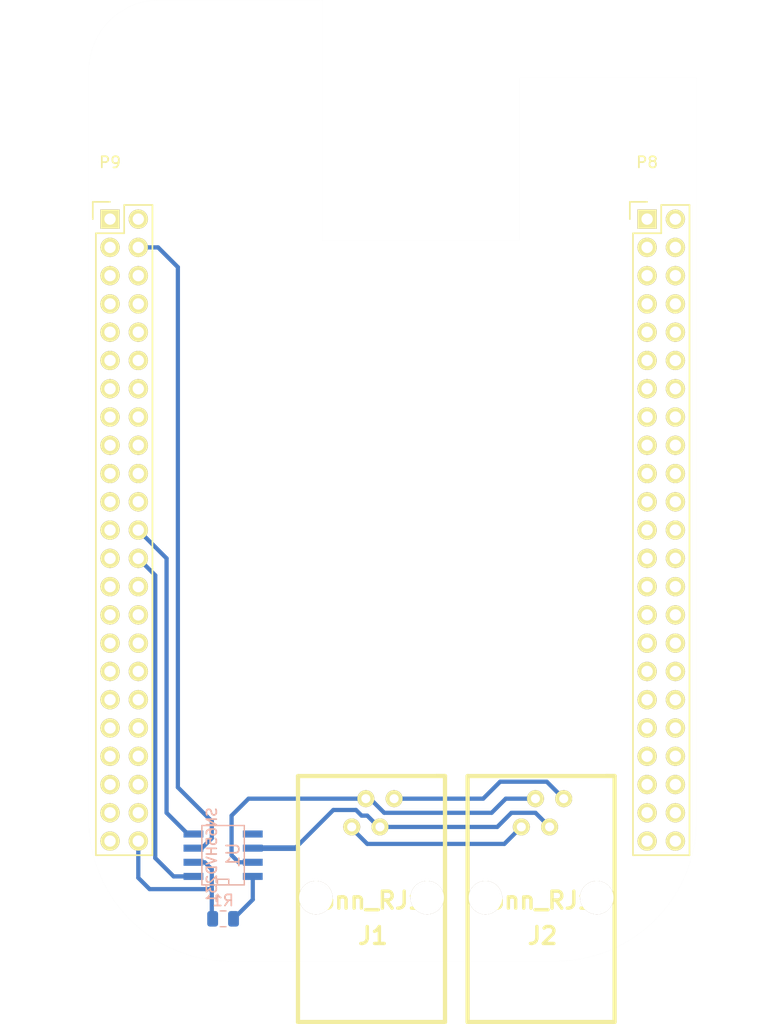
<source format=kicad_pcb>
(kicad_pcb (version 20171130) (host pcbnew 5.0.2+dfsg1-1)

  (general
    (thickness 1.6)
    (drawings 11)
    (tracks 54)
    (zones 0)
    (modules 6)
    (nets 90)
  )

  (page A4)
  (layers
    (0 F.Cu signal)
    (31 B.Cu signal)
    (32 B.Adhes user)
    (33 F.Adhes user)
    (34 B.Paste user)
    (35 F.Paste user)
    (36 B.SilkS user)
    (37 F.SilkS user)
    (38 B.Mask user)
    (39 F.Mask user)
    (40 Dwgs.User user)
    (41 Cmts.User user)
    (42 Eco1.User user)
    (43 Eco2.User user)
    (44 Edge.Cuts user)
    (45 Margin user)
    (46 B.CrtYd user)
    (47 F.CrtYd user)
    (48 B.Fab user)
    (49 F.Fab user)
  )

  (setup
    (last_trace_width 0.381)
    (trace_clearance 0.2032)
    (zone_clearance 0.508)
    (zone_45_only no)
    (trace_min 0.2)
    (segment_width 0.2)
    (edge_width 0.00254)
    (via_size 0.6)
    (via_drill 0.4)
    (via_min_size 0.4)
    (via_min_drill 0.3)
    (uvia_size 0.3)
    (uvia_drill 0.1)
    (uvias_allowed no)
    (uvia_min_size 0.2)
    (uvia_min_drill 0.1)
    (pcb_text_width 0.3)
    (pcb_text_size 1.5 1.5)
    (mod_edge_width 0.15)
    (mod_text_size 1 1)
    (mod_text_width 0.15)
    (pad_size 1.7272 1.7272)
    (pad_drill 1.016)
    (pad_to_mask_clearance 0)
    (solder_mask_min_width 0.25)
    (aux_axis_origin 0 0)
    (grid_origin 116.3701 62.3824)
    (visible_elements 7FFFFFFF)
    (pcbplotparams
      (layerselection 0x01030_80000001)
      (usegerberextensions false)
      (usegerberattributes false)
      (usegerberadvancedattributes false)
      (creategerberjobfile false)
      (excludeedgelayer true)
      (linewidth 0.100000)
      (plotframeref false)
      (viasonmask false)
      (mode 1)
      (useauxorigin false)
      (hpglpennumber 1)
      (hpglpenspeed 20)
      (hpglpendiameter 15.000000)
      (psnegative false)
      (psa4output false)
      (plotreference true)
      (plotvalue true)
      (plotinvisibletext false)
      (padsonsilk false)
      (subtractmaskfromsilk false)
      (outputformat 4)
      (mirror false)
      (drillshape 0)
      (scaleselection 1)
      (outputdirectory ""))
  )

  (net 0 "")
  (net 1 "Net-(P8-Pad3)")
  (net 2 "Net-(P8-Pad4)")
  (net 3 "Net-(P8-Pad5)")
  (net 4 "Net-(P8-Pad6)")
  (net 5 "Net-(P8-Pad7)")
  (net 6 "Net-(P8-Pad8)")
  (net 7 "Net-(P8-Pad9)")
  (net 8 "Net-(P8-Pad10)")
  (net 9 "Net-(P8-Pad11)")
  (net 10 "Net-(P8-Pad12)")
  (net 11 "Net-(P8-Pad13)")
  (net 12 "Net-(P8-Pad14)")
  (net 13 "Net-(P8-Pad15)")
  (net 14 "Net-(P8-Pad16)")
  (net 15 "Net-(P8-Pad17)")
  (net 16 "Net-(P8-Pad18)")
  (net 17 "Net-(P8-Pad19)")
  (net 18 "Net-(P8-Pad20)")
  (net 19 "Net-(P8-Pad21)")
  (net 20 "Net-(P8-Pad22)")
  (net 21 "Net-(P8-Pad23)")
  (net 22 "Net-(P8-Pad24)")
  (net 23 "Net-(P8-Pad25)")
  (net 24 "Net-(P8-Pad26)")
  (net 25 "Net-(P8-Pad27)")
  (net 26 "Net-(P8-Pad28)")
  (net 27 "Net-(P8-Pad29)")
  (net 28 "Net-(P8-Pad30)")
  (net 29 "Net-(P8-Pad31)")
  (net 30 "Net-(P8-Pad32)")
  (net 31 "Net-(P8-Pad33)")
  (net 32 "Net-(P8-Pad34)")
  (net 33 "Net-(P8-Pad35)")
  (net 34 "Net-(P8-Pad36)")
  (net 35 "Net-(P8-Pad37)")
  (net 36 "Net-(P8-Pad38)")
  (net 37 "Net-(P8-Pad39)")
  (net 38 "Net-(P8-Pad40)")
  (net 39 "Net-(P8-Pad41)")
  (net 40 "Net-(P8-Pad42)")
  (net 41 "Net-(P8-Pad43)")
  (net 42 "Net-(P8-Pad44)")
  (net 43 "Net-(P8-Pad45)")
  (net 44 "Net-(P8-Pad46)")
  (net 45 "Net-(P9-Pad11)")
  (net 46 "Net-(P9-Pad12)")
  (net 47 "Net-(P9-Pad13)")
  (net 48 "Net-(P9-Pad14)")
  (net 49 "Net-(P9-Pad15)")
  (net 50 "Net-(P9-Pad16)")
  (net 51 "Net-(P9-Pad17)")
  (net 52 "Net-(P9-Pad18)")
  (net 53 "Net-(P9-Pad19)")
  (net 54 "Net-(P9-Pad20)")
  (net 55 "Net-(P9-Pad21)")
  (net 56 "Net-(P9-Pad22)")
  (net 57 "Net-(P9-Pad23)")
  (net 58 "Net-(P9-Pad24)")
  (net 59 "Net-(P9-Pad25)")
  (net 60 "Net-(P9-Pad26)")
  (net 61 "Net-(P9-Pad27)")
  (net 62 "Net-(P9-Pad28)")
  (net 63 "Net-(P9-Pad29)")
  (net 64 "Net-(P9-Pad30)")
  (net 65 "Net-(P9-Pad31)")
  (net 66 "Net-(P9-Pad33)")
  (net 67 "Net-(P9-Pad35)")
  (net 68 "Net-(P9-Pad36)")
  (net 69 "Net-(P9-Pad37)")
  (net 70 "Net-(P9-Pad38)")
  (net 71 "Net-(P9-Pad39)")
  (net 72 "Net-(P9-Pad40)")
  (net 73 "Net-(P9-Pad41)")
  (net 74 "Net-(P9-Pad42)")
  (net 75 GNDD)
  (net 76 +3V3)
  (net 77 +5V)
  (net 78 PWR_BUT)
  (net 79 SYS_RESETN)
  (net 80 "Net-(J1-Pad3)")
  (net 81 "Net-(J1-Pad4)")
  (net 82 "Net-(U1-Pad5)")
  (net 83 "Net-(J1-Pad5)")
  (net 84 "Net-(J1-Pad2)")
  (net 85 "Net-(R1-Pad1)")
  (net 86 "Net-(P9-Pad7)")
  (net 87 "Net-(P9-Pad8)")
  (net 88 "Net-(P9-Pad32)")
  (net 89 "Net-(P9-Pad34)")

  (net_class Default "To jest domyślna klasa połączeń."
    (clearance 0.2032)
    (trace_width 0.381)
    (via_dia 0.6)
    (via_drill 0.4)
    (uvia_dia 0.3)
    (uvia_drill 0.1)
    (add_net +3V3)
    (add_net +5V)
    (add_net GNDD)
    (add_net "Net-(J1-Pad2)")
    (add_net "Net-(J1-Pad3)")
    (add_net "Net-(J1-Pad4)")
    (add_net "Net-(J1-Pad5)")
    (add_net "Net-(P8-Pad10)")
    (add_net "Net-(P8-Pad11)")
    (add_net "Net-(P8-Pad12)")
    (add_net "Net-(P8-Pad13)")
    (add_net "Net-(P8-Pad14)")
    (add_net "Net-(P8-Pad15)")
    (add_net "Net-(P8-Pad16)")
    (add_net "Net-(P8-Pad17)")
    (add_net "Net-(P8-Pad18)")
    (add_net "Net-(P8-Pad19)")
    (add_net "Net-(P8-Pad20)")
    (add_net "Net-(P8-Pad21)")
    (add_net "Net-(P8-Pad22)")
    (add_net "Net-(P8-Pad23)")
    (add_net "Net-(P8-Pad24)")
    (add_net "Net-(P8-Pad25)")
    (add_net "Net-(P8-Pad26)")
    (add_net "Net-(P8-Pad27)")
    (add_net "Net-(P8-Pad28)")
    (add_net "Net-(P8-Pad29)")
    (add_net "Net-(P8-Pad3)")
    (add_net "Net-(P8-Pad30)")
    (add_net "Net-(P8-Pad31)")
    (add_net "Net-(P8-Pad32)")
    (add_net "Net-(P8-Pad33)")
    (add_net "Net-(P8-Pad34)")
    (add_net "Net-(P8-Pad35)")
    (add_net "Net-(P8-Pad36)")
    (add_net "Net-(P8-Pad37)")
    (add_net "Net-(P8-Pad38)")
    (add_net "Net-(P8-Pad39)")
    (add_net "Net-(P8-Pad4)")
    (add_net "Net-(P8-Pad40)")
    (add_net "Net-(P8-Pad41)")
    (add_net "Net-(P8-Pad42)")
    (add_net "Net-(P8-Pad43)")
    (add_net "Net-(P8-Pad44)")
    (add_net "Net-(P8-Pad45)")
    (add_net "Net-(P8-Pad46)")
    (add_net "Net-(P8-Pad5)")
    (add_net "Net-(P8-Pad6)")
    (add_net "Net-(P8-Pad7)")
    (add_net "Net-(P8-Pad8)")
    (add_net "Net-(P8-Pad9)")
    (add_net "Net-(P9-Pad11)")
    (add_net "Net-(P9-Pad12)")
    (add_net "Net-(P9-Pad13)")
    (add_net "Net-(P9-Pad14)")
    (add_net "Net-(P9-Pad15)")
    (add_net "Net-(P9-Pad16)")
    (add_net "Net-(P9-Pad17)")
    (add_net "Net-(P9-Pad18)")
    (add_net "Net-(P9-Pad19)")
    (add_net "Net-(P9-Pad20)")
    (add_net "Net-(P9-Pad21)")
    (add_net "Net-(P9-Pad22)")
    (add_net "Net-(P9-Pad23)")
    (add_net "Net-(P9-Pad24)")
    (add_net "Net-(P9-Pad25)")
    (add_net "Net-(P9-Pad26)")
    (add_net "Net-(P9-Pad27)")
    (add_net "Net-(P9-Pad28)")
    (add_net "Net-(P9-Pad29)")
    (add_net "Net-(P9-Pad30)")
    (add_net "Net-(P9-Pad31)")
    (add_net "Net-(P9-Pad32)")
    (add_net "Net-(P9-Pad33)")
    (add_net "Net-(P9-Pad34)")
    (add_net "Net-(P9-Pad35)")
    (add_net "Net-(P9-Pad36)")
    (add_net "Net-(P9-Pad37)")
    (add_net "Net-(P9-Pad38)")
    (add_net "Net-(P9-Pad39)")
    (add_net "Net-(P9-Pad40)")
    (add_net "Net-(P9-Pad41)")
    (add_net "Net-(P9-Pad42)")
    (add_net "Net-(P9-Pad7)")
    (add_net "Net-(P9-Pad8)")
    (add_net "Net-(R1-Pad1)")
    (add_net "Net-(U1-Pad5)")
    (add_net PWR_BUT)
    (add_net SYS_RESETN)
  )

  (module ICs_SMD_K:SOIC8_150 (layer B.Cu) (tedit 4CB2CEBF) (tstamp 5D1C117C)
    (at 126.5301 119.5324 90)
    (descr "SOIC8 150mil")
    (tags "CMS SOJ")
    (path /5D0F7D71)
    (attr smd)
    (fp_text reference U1 (at 0 0.889 90) (layer B.SilkS)
      (effects (font (size 1.143 1.143) (thickness 0.1524)) (justify mirror))
    )
    (fp_text value SN65HVD231 (at 0 -1.016 90) (layer B.SilkS)
      (effects (font (size 0.889 0.889) (thickness 0.1524)) (justify mirror))
    )
    (fp_line (start -2.667 -1.778) (end -2.667 -1.905) (layer B.SilkS) (width 0.127))
    (fp_line (start -2.667 -1.905) (end 2.667 -1.905) (layer B.SilkS) (width 0.127))
    (fp_line (start 2.667 1.905) (end -2.667 1.905) (layer B.SilkS) (width 0.127))
    (fp_line (start -2.667 1.905) (end -2.667 -1.778) (layer B.SilkS) (width 0.127))
    (fp_line (start -2.667 0.508) (end -2.159 0.508) (layer B.SilkS) (width 0.127))
    (fp_line (start -2.159 0.508) (end -2.159 -0.508) (layer B.SilkS) (width 0.127))
    (fp_line (start -2.159 -0.508) (end -2.667 -0.508) (layer B.SilkS) (width 0.127))
    (fp_line (start 2.667 1.905) (end 2.667 -1.905) (layer B.SilkS) (width 0.127))
    (pad 8 smd rect (at -1.905 2.667 90) (size 0.635 1.778) (layers B.Cu B.Paste B.Mask)
      (net 85 "Net-(R1-Pad1)"))
    (pad 1 smd rect (at -1.905 -2.667 90) (size 0.635 1.778) (layers B.Cu B.Paste B.Mask)
      (net 60 "Net-(P9-Pad26)"))
    (pad 7 smd rect (at -0.635 2.667 90) (size 0.635 1.778) (layers B.Cu B.Paste B.Mask)
      (net 80 "Net-(J1-Pad3)"))
    (pad 6 smd rect (at 0.635 2.667 90) (size 0.635 1.778) (layers B.Cu B.Paste B.Mask)
      (net 81 "Net-(J1-Pad4)"))
    (pad 5 smd rect (at 1.905 2.667 90) (size 0.635 1.778) (layers B.Cu B.Paste B.Mask)
      (net 82 "Net-(U1-Pad5)"))
    (pad 2 smd rect (at -0.635 -2.667 90) (size 0.635 1.778) (layers B.Cu B.Paste B.Mask)
      (net 75 GNDD))
    (pad 3 smd rect (at 0.635 -2.667 90) (size 0.635 1.778) (layers B.Cu B.Paste B.Mask)
      (net 76 +3V3))
    (pad 4 smd rect (at 1.905 -2.667 90) (size 0.635 1.778) (layers B.Cu B.Paste B.Mask)
      (net 58 "Net-(P9-Pad24)"))
    (model smd/cms_so8.wrl
      (at (xyz 0 0 0))
      (scale (xyz 0.5 0.32 0.5))
      (rotate (xyz 0 0 0))
    )
  )

  (module Resistor_SMD:R_0805_2012Metric (layer B.Cu) (tedit 5B36C52B) (tstamp 5D1BE8A2)
    (at 126.5301 125.2474 180)
    (descr "Resistor SMD 0805 (2012 Metric), square (rectangular) end terminal, IPC_7351 nominal, (Body size source: https://docs.google.com/spreadsheets/d/1BsfQQcO9C6DZCsRaXUlFlo91Tg2WpOkGARC1WS5S8t0/edit?usp=sharing), generated with kicad-footprint-generator")
    (tags resistor)
    (path /5D0FF9DF)
    (attr smd)
    (fp_text reference R1 (at 0 1.65 180) (layer B.SilkS)
      (effects (font (size 1 1) (thickness 0.15)) (justify mirror))
    )
    (fp_text value 10k (at 0 -1.65 180) (layer B.Fab)
      (effects (font (size 1 1) (thickness 0.15)) (justify mirror))
    )
    (fp_line (start -1 -0.6) (end -1 0.6) (layer B.Fab) (width 0.1))
    (fp_line (start -1 0.6) (end 1 0.6) (layer B.Fab) (width 0.1))
    (fp_line (start 1 0.6) (end 1 -0.6) (layer B.Fab) (width 0.1))
    (fp_line (start 1 -0.6) (end -1 -0.6) (layer B.Fab) (width 0.1))
    (fp_line (start -0.258578 0.71) (end 0.258578 0.71) (layer B.SilkS) (width 0.12))
    (fp_line (start -0.258578 -0.71) (end 0.258578 -0.71) (layer B.SilkS) (width 0.12))
    (fp_line (start -1.68 -0.95) (end -1.68 0.95) (layer B.CrtYd) (width 0.05))
    (fp_line (start -1.68 0.95) (end 1.68 0.95) (layer B.CrtYd) (width 0.05))
    (fp_line (start 1.68 0.95) (end 1.68 -0.95) (layer B.CrtYd) (width 0.05))
    (fp_line (start 1.68 -0.95) (end -1.68 -0.95) (layer B.CrtYd) (width 0.05))
    (fp_text user %R (at 0 0 180) (layer B.Fab)
      (effects (font (size 0.5 0.5) (thickness 0.08)) (justify mirror))
    )
    (pad 1 smd roundrect (at -0.9375 0 180) (size 0.975 1.4) (layers B.Cu B.Paste B.Mask) (roundrect_rratio 0.25)
      (net 85 "Net-(R1-Pad1)"))
    (pad 2 smd roundrect (at 0.9375 0 180) (size 0.975 1.4) (layers B.Cu B.Paste B.Mask) (roundrect_rratio 0.25)
      (net 75 GNDD))
    (model ${KISYS3DMOD}/Resistor_SMD.3dshapes/R_0805_2012Metric.wrl
      (at (xyz 0 0 0))
      (scale (xyz 1 1 1))
      (rotate (xyz 0 0 0))
    )
  )

  (module Connectors_K:RJ11_RO (layer F.Cu) (tedit 4CB2DCB9) (tstamp 5BD362D0)
    (at 155.1051 123.3424)
    (descr "RJ11 connector Reichelt (old)")
    (path /5BC778E6)
    (fp_text reference J2 (at 0.127 3.429) (layer F.SilkS)
      (effects (font (size 1.524 1.524) (thickness 0.3048)))
    )
    (fp_text value Conn_RJ11 (at 0 0.254) (layer F.SilkS)
      (effects (font (size 1.524 1.524) (thickness 0.3048)))
    )
    (fp_line (start 5.842 -10.922) (end 6.604 -10.922) (layer F.SilkS) (width 0.381))
    (fp_line (start 6.604 11.176) (end -6.604 11.176) (layer F.SilkS) (width 0.381))
    (fp_line (start 6.604 -10.922) (end 6.604 11.176) (layer F.SilkS) (width 0.381))
    (fp_line (start -6.604 -10.922) (end 6.604 -10.922) (layer F.SilkS) (width 0.381))
    (fp_line (start -6.604 11.176) (end -6.604 -10.922) (layer F.SilkS) (width 0.381))
    (pad 7 thru_hole circle (at -5.00126 0) (size 2.99974 2.99974) (drill 2.99974) (layers *.Cu *.Mask F.SilkS))
    (pad 8 thru_hole circle (at 5.00126 0) (size 2.99974 2.99974) (drill 2.99974) (layers *.Cu *.Mask F.SilkS))
    (pad 2 thru_hole circle (at -1.778 -6.35) (size 1.524 1.524) (drill 0.8128) (layers *.Cu *.Mask F.SilkS)
      (net 84 "Net-(J1-Pad2)"))
    (pad 4 thru_hole circle (at 0.762 -6.35) (size 1.524 1.524) (drill 0.8128) (layers *.Cu *.Mask F.SilkS)
      (net 81 "Net-(J1-Pad4)"))
    (pad 5 thru_hole circle (at 2.032 -8.89) (size 1.524 1.524) (drill 0.8128) (layers *.Cu *.Mask F.SilkS)
      (net 83 "Net-(J1-Pad5)"))
    (pad 3 thru_hole circle (at -0.508 -8.89) (size 1.524 1.524) (drill 0.8128) (layers *.Cu *.Mask F.SilkS)
      (net 80 "Net-(J1-Pad3)"))
  )

  (module Connectors_K:RJ11_RO (layer F.Cu) (tedit 4CB2DCB9) (tstamp 5BD362C1)
    (at 139.8651 123.3424)
    (descr "RJ11 connector Reichelt (old)")
    (path /5BC76FBF)
    (fp_text reference J1 (at 0.127 3.429) (layer F.SilkS)
      (effects (font (size 1.524 1.524) (thickness 0.3048)))
    )
    (fp_text value Conn_RJ11 (at 0 0.254) (layer F.SilkS)
      (effects (font (size 1.524 1.524) (thickness 0.3048)))
    )
    (fp_line (start -6.604 11.176) (end -6.604 -10.922) (layer F.SilkS) (width 0.381))
    (fp_line (start -6.604 -10.922) (end 6.604 -10.922) (layer F.SilkS) (width 0.381))
    (fp_line (start 6.604 -10.922) (end 6.604 11.176) (layer F.SilkS) (width 0.381))
    (fp_line (start 6.604 11.176) (end -6.604 11.176) (layer F.SilkS) (width 0.381))
    (fp_line (start 5.842 -10.922) (end 6.604 -10.922) (layer F.SilkS) (width 0.381))
    (pad 3 thru_hole circle (at -0.508 -8.89) (size 1.524 1.524) (drill 0.8128) (layers *.Cu *.Mask F.SilkS)
      (net 80 "Net-(J1-Pad3)"))
    (pad 5 thru_hole circle (at 2.032 -8.89) (size 1.524 1.524) (drill 0.8128) (layers *.Cu *.Mask F.SilkS)
      (net 83 "Net-(J1-Pad5)"))
    (pad 4 thru_hole circle (at 0.762 -6.35) (size 1.524 1.524) (drill 0.8128) (layers *.Cu *.Mask F.SilkS)
      (net 81 "Net-(J1-Pad4)"))
    (pad 2 thru_hole circle (at -1.778 -6.35) (size 1.524 1.524) (drill 0.8128) (layers *.Cu *.Mask F.SilkS)
      (net 84 "Net-(J1-Pad2)"))
    (pad 8 thru_hole circle (at 5.00126 0) (size 2.99974 2.99974) (drill 2.99974) (layers *.Cu *.Mask F.SilkS))
    (pad 7 thru_hole circle (at -5.00126 0) (size 2.99974 2.99974) (drill 2.99974) (layers *.Cu *.Mask F.SilkS))
  )

  (module Socket_BeagleBone_Black:Socket_BeagleBone_Black (layer F.Cu) (tedit 55DF76F9) (tstamp 55DF7717)
    (at 164.6301 62.3824)
    (descr "Through hole pin header")
    (tags "pin header")
    (path /55DF7DE1)
    (fp_text reference P8 (at 0 -5.1) (layer F.SilkS)
      (effects (font (size 1 1) (thickness 0.15)))
    )
    (fp_text value BeagleBone_Black_Header (at 0 -3.1) (layer F.Fab)
      (effects (font (size 1 1) (thickness 0.15)))
    )
    (fp_line (start -1.75 -1.75) (end -1.75 57.65) (layer F.CrtYd) (width 0.05))
    (fp_line (start 4.3 -1.75) (end 4.3 57.65) (layer F.CrtYd) (width 0.05))
    (fp_line (start -1.75 -1.75) (end 4.3 -1.75) (layer F.CrtYd) (width 0.05))
    (fp_line (start -1.75 57.65) (end 4.3 57.65) (layer F.CrtYd) (width 0.05))
    (fp_line (start 3.81 57.15) (end 3.81 -1.27) (layer F.SilkS) (width 0.15))
    (fp_line (start -1.27 57.15) (end -1.27 1.27) (layer F.SilkS) (width 0.15))
    (fp_line (start 3.81 57.15) (end -1.27 57.15) (layer F.SilkS) (width 0.15))
    (fp_line (start 3.81 -1.27) (end 1.27 -1.27) (layer F.SilkS) (width 0.15))
    (fp_line (start 0 -1.55) (end -1.55 -1.55) (layer F.SilkS) (width 0.15))
    (fp_line (start 1.27 -1.27) (end 1.27 1.27) (layer F.SilkS) (width 0.15))
    (fp_line (start 1.27 1.27) (end -1.27 1.27) (layer F.SilkS) (width 0.15))
    (fp_line (start -1.55 -1.55) (end -1.55 0) (layer F.SilkS) (width 0.15))
    (pad 1 thru_hole rect (at 0 0) (size 1.7272 1.7272) (drill 1.016) (layers *.Cu *.Mask F.SilkS)
      (net 75 GNDD))
    (pad 2 thru_hole oval (at 2.54 0) (size 1.7272 1.7272) (drill 1.016) (layers *.Cu *.Mask F.SilkS)
      (net 75 GNDD))
    (pad 3 thru_hole oval (at 0 2.54) (size 1.7272 1.7272) (drill 1.016) (layers *.Cu *.Mask F.SilkS)
      (net 1 "Net-(P8-Pad3)"))
    (pad 4 thru_hole oval (at 2.54 2.54) (size 1.7272 1.7272) (drill 1.016) (layers *.Cu *.Mask F.SilkS)
      (net 2 "Net-(P8-Pad4)"))
    (pad 5 thru_hole oval (at 0 5.08) (size 1.7272 1.7272) (drill 1.016) (layers *.Cu *.Mask F.SilkS)
      (net 3 "Net-(P8-Pad5)"))
    (pad 6 thru_hole oval (at 2.54 5.08) (size 1.7272 1.7272) (drill 1.016) (layers *.Cu *.Mask F.SilkS)
      (net 4 "Net-(P8-Pad6)"))
    (pad 7 thru_hole oval (at 0 7.62) (size 1.7272 1.7272) (drill 1.016) (layers *.Cu *.Mask F.SilkS)
      (net 5 "Net-(P8-Pad7)"))
    (pad 8 thru_hole oval (at 2.54 7.62) (size 1.7272 1.7272) (drill 1.016) (layers *.Cu *.Mask F.SilkS)
      (net 6 "Net-(P8-Pad8)"))
    (pad 9 thru_hole oval (at 0 10.16) (size 1.7272 1.7272) (drill 1.016) (layers *.Cu *.Mask F.SilkS)
      (net 7 "Net-(P8-Pad9)"))
    (pad 10 thru_hole oval (at 2.54 10.16) (size 1.7272 1.7272) (drill 1.016) (layers *.Cu *.Mask F.SilkS)
      (net 8 "Net-(P8-Pad10)"))
    (pad 11 thru_hole oval (at 0 12.7) (size 1.7272 1.7272) (drill 1.016) (layers *.Cu *.Mask F.SilkS)
      (net 9 "Net-(P8-Pad11)"))
    (pad 12 thru_hole oval (at 2.54 12.7) (size 1.7272 1.7272) (drill 1.016) (layers *.Cu *.Mask F.SilkS)
      (net 10 "Net-(P8-Pad12)"))
    (pad 13 thru_hole oval (at 0 15.24) (size 1.7272 1.7272) (drill 1.016) (layers *.Cu *.Mask F.SilkS)
      (net 11 "Net-(P8-Pad13)"))
    (pad 14 thru_hole oval (at 2.54 15.24) (size 1.7272 1.7272) (drill 1.016) (layers *.Cu *.Mask F.SilkS)
      (net 12 "Net-(P8-Pad14)"))
    (pad 15 thru_hole oval (at 0 17.78) (size 1.7272 1.7272) (drill 1.016) (layers *.Cu *.Mask F.SilkS)
      (net 13 "Net-(P8-Pad15)"))
    (pad 16 thru_hole oval (at 2.54 17.78) (size 1.7272 1.7272) (drill 1.016) (layers *.Cu *.Mask F.SilkS)
      (net 14 "Net-(P8-Pad16)"))
    (pad 17 thru_hole oval (at 0 20.32) (size 1.7272 1.7272) (drill 1.016) (layers *.Cu *.Mask F.SilkS)
      (net 15 "Net-(P8-Pad17)"))
    (pad 18 thru_hole oval (at 2.54 20.32) (size 1.7272 1.7272) (drill 1.016) (layers *.Cu *.Mask F.SilkS)
      (net 16 "Net-(P8-Pad18)"))
    (pad 19 thru_hole oval (at 0 22.86) (size 1.7272 1.7272) (drill 1.016) (layers *.Cu *.Mask F.SilkS)
      (net 17 "Net-(P8-Pad19)"))
    (pad 20 thru_hole oval (at 2.54 22.86) (size 1.7272 1.7272) (drill 1.016) (layers *.Cu *.Mask F.SilkS)
      (net 18 "Net-(P8-Pad20)"))
    (pad 21 thru_hole oval (at 0 25.4) (size 1.7272 1.7272) (drill 1.016) (layers *.Cu *.Mask F.SilkS)
      (net 19 "Net-(P8-Pad21)"))
    (pad 22 thru_hole oval (at 2.54 25.4) (size 1.7272 1.7272) (drill 1.016) (layers *.Cu *.Mask F.SilkS)
      (net 20 "Net-(P8-Pad22)"))
    (pad 23 thru_hole oval (at 0 27.94) (size 1.7272 1.7272) (drill 1.016) (layers *.Cu *.Mask F.SilkS)
      (net 21 "Net-(P8-Pad23)"))
    (pad 24 thru_hole oval (at 2.54 27.94) (size 1.7272 1.7272) (drill 1.016) (layers *.Cu *.Mask F.SilkS)
      (net 22 "Net-(P8-Pad24)"))
    (pad 25 thru_hole oval (at 0 30.48) (size 1.7272 1.7272) (drill 1.016) (layers *.Cu *.Mask F.SilkS)
      (net 23 "Net-(P8-Pad25)"))
    (pad 26 thru_hole oval (at 2.54 30.48) (size 1.7272 1.7272) (drill 1.016) (layers *.Cu *.Mask F.SilkS)
      (net 24 "Net-(P8-Pad26)"))
    (pad 27 thru_hole oval (at 0 33.02) (size 1.7272 1.7272) (drill 1.016) (layers *.Cu *.Mask F.SilkS)
      (net 25 "Net-(P8-Pad27)"))
    (pad 28 thru_hole oval (at 2.54 33.02) (size 1.7272 1.7272) (drill 1.016) (layers *.Cu *.Mask F.SilkS)
      (net 26 "Net-(P8-Pad28)"))
    (pad 29 thru_hole oval (at 0 35.56) (size 1.7272 1.7272) (drill 1.016) (layers *.Cu *.Mask F.SilkS)
      (net 27 "Net-(P8-Pad29)"))
    (pad 30 thru_hole oval (at 2.54 35.56) (size 1.7272 1.7272) (drill 1.016) (layers *.Cu *.Mask F.SilkS)
      (net 28 "Net-(P8-Pad30)"))
    (pad 31 thru_hole oval (at 0 38.1) (size 1.7272 1.7272) (drill 1.016) (layers *.Cu *.Mask F.SilkS)
      (net 29 "Net-(P8-Pad31)"))
    (pad 32 thru_hole oval (at 2.54 38.1) (size 1.7272 1.7272) (drill 1.016) (layers *.Cu *.Mask F.SilkS)
      (net 30 "Net-(P8-Pad32)"))
    (pad 33 thru_hole oval (at 0 40.64) (size 1.7272 1.7272) (drill 1.016) (layers *.Cu *.Mask F.SilkS)
      (net 31 "Net-(P8-Pad33)"))
    (pad 34 thru_hole oval (at 2.54 40.64) (size 1.7272 1.7272) (drill 1.016) (layers *.Cu *.Mask F.SilkS)
      (net 32 "Net-(P8-Pad34)"))
    (pad 35 thru_hole oval (at 0 43.18) (size 1.7272 1.7272) (drill 1.016) (layers *.Cu *.Mask F.SilkS)
      (net 33 "Net-(P8-Pad35)"))
    (pad 36 thru_hole oval (at 2.54 43.18) (size 1.7272 1.7272) (drill 1.016) (layers *.Cu *.Mask F.SilkS)
      (net 34 "Net-(P8-Pad36)"))
    (pad 37 thru_hole oval (at 0 45.72) (size 1.7272 1.7272) (drill 1.016) (layers *.Cu *.Mask F.SilkS)
      (net 35 "Net-(P8-Pad37)"))
    (pad 38 thru_hole oval (at 2.54 45.72) (size 1.7272 1.7272) (drill 1.016) (layers *.Cu *.Mask F.SilkS)
      (net 36 "Net-(P8-Pad38)"))
    (pad 39 thru_hole oval (at 0 48.26) (size 1.7272 1.7272) (drill 1.016) (layers *.Cu *.Mask F.SilkS)
      (net 37 "Net-(P8-Pad39)"))
    (pad 40 thru_hole oval (at 2.54 48.26) (size 1.7272 1.7272) (drill 1.016) (layers *.Cu *.Mask F.SilkS)
      (net 38 "Net-(P8-Pad40)"))
    (pad 41 thru_hole oval (at 0 50.8) (size 1.7272 1.7272) (drill 1.016) (layers *.Cu *.Mask F.SilkS)
      (net 39 "Net-(P8-Pad41)"))
    (pad 42 thru_hole oval (at 2.54 50.8) (size 1.7272 1.7272) (drill 1.016) (layers *.Cu *.Mask F.SilkS)
      (net 40 "Net-(P8-Pad42)"))
    (pad 43 thru_hole oval (at 0 53.34) (size 1.7272 1.7272) (drill 1.016) (layers *.Cu *.Mask F.SilkS)
      (net 41 "Net-(P8-Pad43)"))
    (pad 44 thru_hole oval (at 2.54 53.34) (size 1.7272 1.7272) (drill 1.016) (layers *.Cu *.Mask F.SilkS)
      (net 42 "Net-(P8-Pad44)"))
    (pad 45 thru_hole oval (at 0 55.88) (size 1.7272 1.7272) (drill 1.016) (layers *.Cu *.Mask F.SilkS)
      (net 43 "Net-(P8-Pad45)"))
    (pad 46 thru_hole oval (at 2.54 55.88) (size 1.7272 1.7272) (drill 1.016) (layers *.Cu *.Mask F.SilkS)
      (net 44 "Net-(P8-Pad46)"))
    (model ${KIPRJMOD}/Socket_BeagleBone_Black.3dshapes/Socket_BeagleBone_Black.wrl
      (offset (xyz 1.269999980926514 -27.9399995803833 0))
      (scale (xyz 1 1 1))
      (rotate (xyz 0 0 90))
    )
  )

  (module Socket_BeagleBone_Black:Socket_BeagleBone_Black (layer F.Cu) (tedit 0) (tstamp 55DF7748)
    (at 116.3701 62.3824)
    (descr "Through hole pin header")
    (tags "pin header")
    (path /55DF7DBA)
    (fp_text reference P9 (at 0 -5.1) (layer F.SilkS)
      (effects (font (size 1 1) (thickness 0.15)))
    )
    (fp_text value BeagleBone_Black_Header (at 0 -3.1) (layer F.Fab)
      (effects (font (size 1 1) (thickness 0.15)))
    )
    (fp_line (start -1.75 -1.75) (end -1.75 57.65) (layer F.CrtYd) (width 0.05))
    (fp_line (start 4.3 -1.75) (end 4.3 57.65) (layer F.CrtYd) (width 0.05))
    (fp_line (start -1.75 -1.75) (end 4.3 -1.75) (layer F.CrtYd) (width 0.05))
    (fp_line (start -1.75 57.65) (end 4.3 57.65) (layer F.CrtYd) (width 0.05))
    (fp_line (start 3.81 57.15) (end 3.81 -1.27) (layer F.SilkS) (width 0.15))
    (fp_line (start -1.27 57.15) (end -1.27 1.27) (layer F.SilkS) (width 0.15))
    (fp_line (start 3.81 57.15) (end -1.27 57.15) (layer F.SilkS) (width 0.15))
    (fp_line (start 3.81 -1.27) (end 1.27 -1.27) (layer F.SilkS) (width 0.15))
    (fp_line (start 0 -1.55) (end -1.55 -1.55) (layer F.SilkS) (width 0.15))
    (fp_line (start 1.27 -1.27) (end 1.27 1.27) (layer F.SilkS) (width 0.15))
    (fp_line (start 1.27 1.27) (end -1.27 1.27) (layer F.SilkS) (width 0.15))
    (fp_line (start -1.55 -1.55) (end -1.55 0) (layer F.SilkS) (width 0.15))
    (pad 1 thru_hole rect (at 0 0) (size 1.7272 1.7272) (drill 1.016) (layers *.Cu *.Mask F.SilkS)
      (net 75 GNDD))
    (pad 2 thru_hole oval (at 2.54 0) (size 1.7272 1.7272) (drill 1.016) (layers *.Cu *.Mask F.SilkS)
      (net 75 GNDD))
    (pad 3 thru_hole oval (at 0 2.54) (size 1.7272 1.7272) (drill 1.016) (layers *.Cu *.Mask F.SilkS)
      (net 76 +3V3))
    (pad 4 thru_hole oval (at 2.54 2.54) (size 1.7272 1.7272) (drill 1.016) (layers *.Cu *.Mask F.SilkS)
      (net 76 +3V3))
    (pad 5 thru_hole oval (at 0 5.08) (size 1.7272 1.7272) (drill 1.016) (layers *.Cu *.Mask F.SilkS)
      (net 77 +5V))
    (pad 6 thru_hole oval (at 2.54 5.08) (size 1.7272 1.7272) (drill 1.016) (layers *.Cu *.Mask F.SilkS)
      (net 77 +5V))
    (pad 7 thru_hole oval (at 0 7.62) (size 1.7272 1.7272) (drill 1.016) (layers *.Cu *.Mask F.SilkS)
      (net 86 "Net-(P9-Pad7)"))
    (pad 8 thru_hole oval (at 2.54 7.62) (size 1.7272 1.7272) (drill 1.016) (layers *.Cu *.Mask F.SilkS)
      (net 87 "Net-(P9-Pad8)"))
    (pad 9 thru_hole oval (at 0 10.16) (size 1.7272 1.7272) (drill 1.016) (layers *.Cu *.Mask F.SilkS)
      (net 78 PWR_BUT))
    (pad 10 thru_hole oval (at 2.54 10.16) (size 1.7272 1.7272) (drill 1.016) (layers *.Cu *.Mask F.SilkS)
      (net 79 SYS_RESETN))
    (pad 11 thru_hole oval (at 0 12.7) (size 1.7272 1.7272) (drill 1.016) (layers *.Cu *.Mask F.SilkS)
      (net 45 "Net-(P9-Pad11)"))
    (pad 12 thru_hole oval (at 2.54 12.7) (size 1.7272 1.7272) (drill 1.016) (layers *.Cu *.Mask F.SilkS)
      (net 46 "Net-(P9-Pad12)"))
    (pad 13 thru_hole oval (at 0 15.24) (size 1.7272 1.7272) (drill 1.016) (layers *.Cu *.Mask F.SilkS)
      (net 47 "Net-(P9-Pad13)"))
    (pad 14 thru_hole oval (at 2.54 15.24) (size 1.7272 1.7272) (drill 1.016) (layers *.Cu *.Mask F.SilkS)
      (net 48 "Net-(P9-Pad14)"))
    (pad 15 thru_hole oval (at 0 17.78) (size 1.7272 1.7272) (drill 1.016) (layers *.Cu *.Mask F.SilkS)
      (net 49 "Net-(P9-Pad15)"))
    (pad 16 thru_hole oval (at 2.54 17.78) (size 1.7272 1.7272) (drill 1.016) (layers *.Cu *.Mask F.SilkS)
      (net 50 "Net-(P9-Pad16)"))
    (pad 17 thru_hole oval (at 0 20.32) (size 1.7272 1.7272) (drill 1.016) (layers *.Cu *.Mask F.SilkS)
      (net 51 "Net-(P9-Pad17)"))
    (pad 18 thru_hole oval (at 2.54 20.32) (size 1.7272 1.7272) (drill 1.016) (layers *.Cu *.Mask F.SilkS)
      (net 52 "Net-(P9-Pad18)"))
    (pad 19 thru_hole oval (at 0 22.86) (size 1.7272 1.7272) (drill 1.016) (layers *.Cu *.Mask F.SilkS)
      (net 53 "Net-(P9-Pad19)"))
    (pad 20 thru_hole oval (at 2.54 22.86) (size 1.7272 1.7272) (drill 1.016) (layers *.Cu *.Mask F.SilkS)
      (net 54 "Net-(P9-Pad20)"))
    (pad 21 thru_hole oval (at 0 25.4) (size 1.7272 1.7272) (drill 1.016) (layers *.Cu *.Mask F.SilkS)
      (net 55 "Net-(P9-Pad21)"))
    (pad 22 thru_hole oval (at 2.54 25.4) (size 1.7272 1.7272) (drill 1.016) (layers *.Cu *.Mask F.SilkS)
      (net 56 "Net-(P9-Pad22)"))
    (pad 23 thru_hole oval (at 0 27.94) (size 1.7272 1.7272) (drill 1.016) (layers *.Cu *.Mask F.SilkS)
      (net 57 "Net-(P9-Pad23)"))
    (pad 24 thru_hole oval (at 2.54 27.94) (size 1.7272 1.7272) (drill 1.016) (layers *.Cu *.Mask F.SilkS)
      (net 58 "Net-(P9-Pad24)"))
    (pad 25 thru_hole oval (at 0 30.48) (size 1.7272 1.7272) (drill 1.016) (layers *.Cu *.Mask F.SilkS)
      (net 59 "Net-(P9-Pad25)"))
    (pad 26 thru_hole oval (at 2.54 30.48) (size 1.7272 1.7272) (drill 1.016) (layers *.Cu *.Mask F.SilkS)
      (net 60 "Net-(P9-Pad26)"))
    (pad 27 thru_hole oval (at 0 33.02) (size 1.7272 1.7272) (drill 1.016) (layers *.Cu *.Mask F.SilkS)
      (net 61 "Net-(P9-Pad27)"))
    (pad 28 thru_hole oval (at 2.54 33.02) (size 1.7272 1.7272) (drill 1.016) (layers *.Cu *.Mask F.SilkS)
      (net 62 "Net-(P9-Pad28)"))
    (pad 29 thru_hole oval (at 0 35.56) (size 1.7272 1.7272) (drill 1.016) (layers *.Cu *.Mask F.SilkS)
      (net 63 "Net-(P9-Pad29)"))
    (pad 30 thru_hole oval (at 2.54 35.56) (size 1.7272 1.7272) (drill 1.016) (layers *.Cu *.Mask F.SilkS)
      (net 64 "Net-(P9-Pad30)"))
    (pad 31 thru_hole oval (at 0 38.1) (size 1.7272 1.7272) (drill 1.016) (layers *.Cu *.Mask F.SilkS)
      (net 65 "Net-(P9-Pad31)"))
    (pad 32 thru_hole oval (at 2.54 38.1) (size 1.7272 1.7272) (drill 1.016) (layers *.Cu *.Mask F.SilkS)
      (net 88 "Net-(P9-Pad32)"))
    (pad 33 thru_hole oval (at 0 40.64) (size 1.7272 1.7272) (drill 1.016) (layers *.Cu *.Mask F.SilkS)
      (net 66 "Net-(P9-Pad33)"))
    (pad 34 thru_hole oval (at 2.54 40.64) (size 1.7272 1.7272) (drill 1.016) (layers *.Cu *.Mask F.SilkS)
      (net 89 "Net-(P9-Pad34)"))
    (pad 35 thru_hole oval (at 0 43.18) (size 1.7272 1.7272) (drill 1.016) (layers *.Cu *.Mask F.SilkS)
      (net 67 "Net-(P9-Pad35)"))
    (pad 36 thru_hole oval (at 2.54 43.18) (size 1.7272 1.7272) (drill 1.016) (layers *.Cu *.Mask F.SilkS)
      (net 68 "Net-(P9-Pad36)"))
    (pad 37 thru_hole oval (at 0 45.72) (size 1.7272 1.7272) (drill 1.016) (layers *.Cu *.Mask F.SilkS)
      (net 69 "Net-(P9-Pad37)"))
    (pad 38 thru_hole oval (at 2.54 45.72) (size 1.7272 1.7272) (drill 1.016) (layers *.Cu *.Mask F.SilkS)
      (net 70 "Net-(P9-Pad38)"))
    (pad 39 thru_hole oval (at 0 48.26) (size 1.7272 1.7272) (drill 1.016) (layers *.Cu *.Mask F.SilkS)
      (net 71 "Net-(P9-Pad39)"))
    (pad 40 thru_hole oval (at 2.54 48.26) (size 1.7272 1.7272) (drill 1.016) (layers *.Cu *.Mask F.SilkS)
      (net 72 "Net-(P9-Pad40)"))
    (pad 41 thru_hole oval (at 0 50.8) (size 1.7272 1.7272) (drill 1.016) (layers *.Cu *.Mask F.SilkS)
      (net 73 "Net-(P9-Pad41)"))
    (pad 42 thru_hole oval (at 2.54 50.8) (size 1.7272 1.7272) (drill 1.016) (layers *.Cu *.Mask F.SilkS)
      (net 74 "Net-(P9-Pad42)"))
    (pad 43 thru_hole oval (at 0 53.34) (size 1.7272 1.7272) (drill 1.016) (layers *.Cu *.Mask F.SilkS)
      (net 75 GNDD))
    (pad 44 thru_hole oval (at 2.54 53.34) (size 1.7272 1.7272) (drill 1.016) (layers *.Cu *.Mask F.SilkS)
      (net 75 GNDD))
    (pad 45 thru_hole oval (at 0 55.88) (size 1.7272 1.7272) (drill 1.016) (layers *.Cu *.Mask F.SilkS)
      (net 75 GNDD))
    (pad 46 thru_hole oval (at 2.54 55.88) (size 1.7272 1.7272) (drill 1.016) (layers *.Cu *.Mask F.SilkS)
      (net 75 GNDD))
    (model ${KIPRJMOD}/Socket_BeagleBone_Black.3dshapes/Socket_BeagleBone_Black.wrl
      (offset (xyz 1.269999980926514 -27.9399995803833 0))
      (scale (xyz 1 1 1))
      (rotate (xyz 0 0 90))
    )
  )

  (gr_arc (start 127.1651 116.3574) (end 127.1651 129.0574) (angle 90) (layer Edge.Cuts) (width 0.00254))
  (gr_arc (start 156.3751 116.3574) (end 169.0751 116.3574) (angle 90) (layer Edge.Cuts) (width 0.00254))
  (gr_arc (start 120.8151 49.0474) (end 114.4651 49.0474) (angle 90) (layer Edge.Cuts) (width 0.00254))
  (gr_line (start 135.4201 42.6974) (end 120.8151 42.6974) (layer Edge.Cuts) (width 0.00254))
  (gr_line (start 135.4201 64.2874) (end 135.4201 42.6974) (layer Edge.Cuts) (width 0.00254))
  (gr_line (start 153.2001 64.2874) (end 135.4201 64.2874) (layer Edge.Cuts) (width 0.00254))
  (gr_line (start 153.2001 49.6824) (end 153.2001 64.2874) (layer Edge.Cuts) (width 0.00254))
  (gr_line (start 169.0751 49.6824) (end 153.2001 49.6824) (layer Edge.Cuts) (width 0.00254))
  (gr_line (start 169.0751 116.3574) (end 169.0751 49.6824) (layer Edge.Cuts) (width 0.00254))
  (gr_line (start 127.1651 129.0574) (end 156.3751 129.0574) (layer Edge.Cuts) (width 0.00254))
  (gr_line (start 114.4651 49.0474) (end 114.4651 116.3574) (layer Edge.Cuts) (width 0.00254))

  (segment (start 123.8631 117.6274) (end 123.3551 117.6274) (width 0.381) (layer B.Cu) (net 58) (status C00000))
  (segment (start 121.4501 92.8624) (end 118.9101 90.3224) (width 0.381) (layer B.Cu) (net 58) (tstamp 5D2B69DD) (status 800000))
  (segment (start 121.4501 115.7224) (end 121.4501 92.8624) (width 0.381) (layer B.Cu) (net 58) (tstamp 5D2B69DB))
  (segment (start 123.3551 117.6274) (end 121.4501 115.7224) (width 0.381) (layer B.Cu) (net 58) (tstamp 5D2B69DA) (status 400000))
  (segment (start 123.8631 121.4374) (end 122.0851 121.4374) (width 0.381) (layer B.Cu) (net 60) (status 400000))
  (segment (start 120.4341 94.3864) (end 118.9101 92.8624) (width 0.381) (layer B.Cu) (net 60) (tstamp 5D2B69E4) (status 800000))
  (segment (start 120.4341 119.7864) (end 120.4341 94.3864) (width 0.381) (layer B.Cu) (net 60) (tstamp 5D2B69E2))
  (segment (start 122.0851 121.4374) (end 120.4341 119.7864) (width 0.381) (layer B.Cu) (net 60) (tstamp 5D2B69E1))
  (segment (start 123.8631 120.1674) (end 124.8791 120.1674) (width 0.381) (layer B.Cu) (net 75) (status 400000))
  (segment (start 125.5141 120.8024) (end 125.5141 122.5804) (width 0.381) (layer B.Cu) (net 75) (tstamp 5BCB1B9E))
  (segment (start 124.8791 120.1674) (end 125.5141 120.8024) (width 0.381) (layer B.Cu) (net 75) (tstamp 5BCB1B9D))
  (segment (start 119.9261 122.5804) (end 118.9101 121.5644) (width 0.381) (layer B.Cu) (net 75) (tstamp 5BCB1BEC))
  (segment (start 118.9101 121.5644) (end 118.9101 118.2624) (width 0.381) (layer B.Cu) (net 75) (tstamp 5BCB1BED) (status 800000))
  (segment (start 125.5141 122.5804) (end 119.9261 122.5804) (width 0.381) (layer B.Cu) (net 75))
  (segment (start 125.5141 122.5804) (end 125.5141 125.1689) (width 0.381) (layer B.Cu) (net 75) (status 800000))
  (segment (start 125.5141 125.1689) (end 125.5926 125.2474) (width 0.381) (layer B.Cu) (net 75) (tstamp 5D1C132C) (status C00000))
  (segment (start 123.8631 118.8974) (end 124.6251 118.8974) (width 0.381) (layer B.Cu) (net 76) (status C00000))
  (segment (start 120.6881 64.9224) (end 118.9101 64.9224) (width 0.381) (layer B.Cu) (net 76) (tstamp 5BCB1BA9) (status 800000))
  (segment (start 122.4661 66.7004) (end 120.6881 64.9224) (width 0.381) (layer B.Cu) (net 76) (tstamp 5BCB1BA8))
  (segment (start 122.4661 113.4364) (end 122.4661 66.7004) (width 0.381) (layer B.Cu) (net 76) (tstamp 5BCB1BA6))
  (segment (start 125.5141 116.4844) (end 122.4661 113.4364) (width 0.381) (layer B.Cu) (net 76) (tstamp 5BCB1BA5))
  (segment (start 125.5141 118.0084) (end 125.5141 116.4844) (width 0.381) (layer B.Cu) (net 76) (tstamp 5BCB1BA4))
  (segment (start 124.6251 118.8974) (end 125.5141 118.0084) (width 0.381) (layer B.Cu) (net 76) (tstamp 5BCB1BA3) (status 400000))
  (segment (start 139.3571 114.4524) (end 139.7381 114.4524) (width 0.381) (layer B.Cu) (net 80) (status C00000))
  (segment (start 151.9301 114.4524) (end 154.5971 114.4524) (width 0.381) (layer B.Cu) (net 80) (tstamp 5BCB1BCF) (status 800000))
  (segment (start 150.6601 115.7224) (end 151.9301 114.4524) (width 0.381) (layer B.Cu) (net 80) (tstamp 5BCB1BCE))
  (segment (start 141.0081 115.7224) (end 150.6601 115.7224) (width 0.381) (layer B.Cu) (net 80) (tstamp 5BCB1BCD))
  (segment (start 139.7381 114.4524) (end 141.0081 115.7224) (width 0.381) (layer B.Cu) (net 80) (tstamp 5BCB1BCC) (status 400000))
  (segment (start 139.3571 114.4524) (end 128.8161 114.4524) (width 0.381) (layer B.Cu) (net 80) (status 400000))
  (segment (start 127.9271 120.1674) (end 129.1971 120.1674) (width 0.381) (layer B.Cu) (net 80) (tstamp 5BCB1BE2) (status 800000))
  (segment (start 127.2921 119.5324) (end 127.9271 120.1674) (width 0.381) (layer B.Cu) (net 80) (tstamp 5BCB1BE1))
  (segment (start 127.2921 115.9764) (end 127.2921 119.5324) (width 0.381) (layer B.Cu) (net 80) (tstamp 5BCB1BDF))
  (segment (start 128.8161 114.4524) (end 127.2921 115.9764) (width 0.381) (layer B.Cu) (net 80) (tstamp 5BCB1BDE))
  (segment (start 129.1971 118.8974) (end 133.0071 118.8974) (width 0.508) (layer B.Cu) (net 81) (status 400000))
  (segment (start 140.6271 116.9924) (end 140.5001 116.9924) (width 0.381) (layer B.Cu) (net 81) (status C00000))
  (segment (start 136.4361 115.4684) (end 133.0071 118.8974) (width 0.381) (layer B.Cu) (net 81) (tstamp 5BCB1BB8))
  (segment (start 138.4681 115.4684) (end 136.4361 115.4684) (width 0.381) (layer B.Cu) (net 81) (tstamp 5BCB1BB7))
  (segment (start 138.9761 115.9764) (end 138.4681 115.4684) (width 0.381) (layer B.Cu) (net 81) (tstamp 5BCB1BB6))
  (segment (start 139.4841 115.9764) (end 138.9761 115.9764) (width 0.381) (layer B.Cu) (net 81) (tstamp 5BCB1BB5))
  (segment (start 140.5001 116.9924) (end 139.4841 115.9764) (width 0.381) (layer B.Cu) (net 81) (tstamp 5BCB1BB4) (status 400000))
  (segment (start 140.6271 116.9924) (end 151.1681 116.9924) (width 0.381) (layer B.Cu) (net 81) (status 400000))
  (segment (start 154.5971 115.7224) (end 155.8671 116.9924) (width 0.381) (layer B.Cu) (net 81) (tstamp 5BCB1BC9) (status 800000))
  (segment (start 152.4381 115.7224) (end 154.5971 115.7224) (width 0.381) (layer B.Cu) (net 81) (tstamp 5BCB1BC8))
  (segment (start 151.1681 116.9924) (end 152.4381 115.7224) (width 0.381) (layer B.Cu) (net 81) (tstamp 5BCB1BC6))
  (segment (start 141.8971 114.4524) (end 149.8981 114.4524) (width 0.381) (layer B.Cu) (net 83) (status 400000))
  (segment (start 155.6131 112.9284) (end 157.1371 114.4524) (width 0.381) (layer B.Cu) (net 83) (tstamp 5BCB1BF7) (status 800000))
  (segment (start 151.4221 112.9284) (end 155.6131 112.9284) (width 0.381) (layer B.Cu) (net 83) (tstamp 5BCB1BF5))
  (segment (start 149.8981 114.4524) (end 151.4221 112.9284) (width 0.381) (layer B.Cu) (net 83) (tstamp 5BCB1BF4))
  (segment (start 138.0871 116.9924) (end 138.0871 117.1194) (width 0.381) (layer B.Cu) (net 84) (status C00000))
  (segment (start 151.8031 118.5164) (end 153.3271 116.9924) (width 0.381) (layer B.Cu) (net 84) (tstamp 5BCB1BC0) (status 800000))
  (segment (start 139.4841 118.5164) (end 151.8031 118.5164) (width 0.381) (layer B.Cu) (net 84) (tstamp 5BCB1BBF))
  (segment (start 138.0871 117.1194) (end 139.4841 118.5164) (width 0.381) (layer B.Cu) (net 84) (tstamp 5BCB1BBE) (status 400000))
  (segment (start 129.1971 121.4374) (end 129.1971 123.5179) (width 0.381) (layer B.Cu) (net 85) (status 400000))
  (segment (start 129.1971 123.5179) (end 127.4676 125.2474) (width 0.381) (layer B.Cu) (net 85) (tstamp 5D1C132F) (status 800000))

)

</source>
